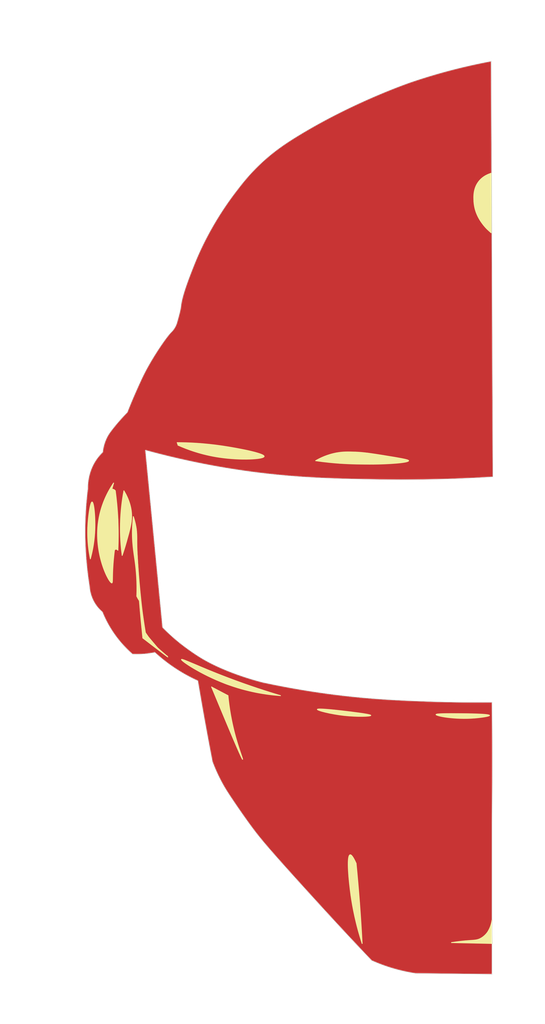
<source format=kicad_pcb>
(kicad_pcb (version 20211014) (generator pcbnew)
  (layers (0 "F.Cu" signal) (31 "B.Cu" signal) (34 "B.Paste" user) (35 "F.Paste" user) (36 "B.SilkS" user "B.Silkscreen") (37 "F.SilkS" user "F.Silkscreen") (38 "B.Mask" user) (39 "F.Mask" user) (44 "Edge.Cuts" user))
  (net 0 "")
  (gr_curve (pts (xy 104.363889 281.668334) (xy 102.942916 280.028834) (xy 101.898116 278.53418) (xy 101.188889 277.435)) (layer "F.SilkS") (width 0.35))
  (gr_curve (pts (xy 87.425 218.513888) (xy 87.660181 217.690737) (xy 87.895374 216.867596) (xy 88.130555 216.044444)) (layer "F.SilkS") (width 0.35))
  (gr_curve (pts (xy 101.188889 277.435) (xy 100.484442 273.374805) (xy 100.042081 270.067944) (xy 99.777778 267.91)) (layer "F.SilkS") (width 0.35))
  (gr_poly (pts (xy 88 216.4) (xy 87.966837 216.445918) (xy 87.5 218.5) (xy 88.1 218.6) (xy 88.6 218.866666) (xy 88.836111 219.219444) (xy 89.3 223) (xy 89.7 227.5) (xy 90 231.6) (xy 90.1 236.7) (xy 89.9 243.4) (xy 89.5 243.3) (xy 89 243.2) (xy 88.7 243.3) (xy 88.483333 243.561111) (xy 88.2 246.3) (xy 87.9 249.6) (xy 87.7 252.7) (xy 87.7 255.3) (xy 87.6 256.5) (xy 87.5 256.8) (xy 87.425 256.966666) (xy 87.1 256.8) (xy 86.6 256.3) (xy 85.4 254.3) (xy 84.3 251.6) (xy 83.4 249.3) (xy 82.7 246.7) (xy 81.9 242.6) (xy 81.6 239.1) (xy 81.6 235.1) (xy 81.7 233.6) (xy 82.1 230.6) (xy 82.5 228.9) (xy 83.2 226.3) (xy 84 223.8) (xy 84.8 221.9) (xy 85.8 220.1) (xy 86.7 218.2) (xy 87.966837 216.445918) (xy 88 216.3)) (layer "F.SilkS") (width 0.15) (fill solid))
  (gr_curve (pts (xy 243 89.044444) (xy 243 97.158333) (xy 243 105.272222) (xy 243 113.386111)) (layer "F.SilkS") (width 0.35))
  (gr_curve (pts (xy 92.363889 219.219444) (xy 91.652347 223.010675) (xy 91.076273 227.525924) (xy 90.952777 232.625)) (layer "F.SilkS") (width 0.35))
  (gr_curve (pts (xy 243.4 404.780555) (xy 237.590748 404.66297) (xy 232.181474 404.545363) (xy 226.772222 404.427777)) (layer "F.SilkS") (width 0.35))
  (gr_curve (pts (xy 91.658333 245.677777) (xy 92.12524 244.325147) (xy 92.761076 242.389046) (xy 93.422222 240.033333)) (layer "F.SilkS") (width 0.35))
  (gr_curve (pts (xy 96.25 229.81) (xy 96.129142 230.800961) (xy 95.977493 232.266117) (xy 95.897222 234.043334)) (layer "F.SilkS") (width 0.35))
  (gr_curve (pts (xy 134.697222 295.772222) (xy 143.827995 299.247699) (xy 151.460497 301.662237) (xy 156.569444 303.180555)) (layer "F.SilkS") (width 0.35))
  (gr_poly (pts (xy 93.3 220.7) (xy 94.4 223.5) (xy 95.2 226.2) (xy 95.538889 228.5) (xy 95.5 230.5) (xy 95.3 232.7) (xy 94.3 236.8) (xy 92.6 242.8) (xy 92 244.8) (xy 91.695204 245.156834) (xy 91.7 245.2) (xy 91.658333 245.2) (xy 91.695204 245.156834) (xy 91.5 243.4) (xy 91.1 240.1) (xy 91 236.2) (xy 90.952777 232.625) (xy 91.1 229.3) (xy 91.3 226.6) (xy 91.7 223.6) (xy 92.2 220.2) (xy 92.4 219.4)) (layer "F.SilkS") (width 0.15) (fill solid))
  (gr_curve (pts (xy 87.425 256.966666) (xy 87.915075 256.861139) (xy 87.406816 254.22254) (xy 88.130555 246.736111)) (layer "F.SilkS") (width 0.35))
  (gr_curve (pts (xy 232.416666 403.722222) (xy 236.017093 403.40523) (xy 237.137373 403.561228) (xy 238.766666 402.663888)) (layer "F.SilkS") (width 0.35))
  (gr_poly (pts (xy 128.5 299.7) (xy 135.05 303.180555) (xy 135.6 308.1) (xy 136.4 312.5) (xy 137.4 317.2) (xy 138.8 322.3) (xy 140 326) (xy 140.9 328.8) (xy 140.3 328) (xy 137.3 321.2) (xy 133.6 312.3) (xy 128.347222 299.5)) (layer "F.SilkS") (width 0.15) (fill solid))
  (gr_curve (pts (xy 97.308333 234.043334) (xy 97.010473 232.238405) (xy 96.57919 230.782766) (xy 96.25 229.81)) (layer "F.SilkS") (width 0.35))
  (gr_curve (pts (xy 133.991666 298.241666) (xy 123.83531 294.390093) (xy 115.738431 288.882095) (xy 116 288.363888)) (layer "F.SilkS") (width 0.35))
  (gr_curve (pts (xy 156.569444 303.180555) (xy 151.004151 302.781807) (xy 142.985713 301.652461) (xy 133.991666 298.241666)) (layer "F.SilkS") (width 0.35))
  (gr_curve (pts (xy 138.577777 321.525) (xy 139.890488 326.000566) (xy 141.183131 329.231592) (xy 141.047222 329.286111)) (layer "F.SilkS") (width 0.35))
  (gr_curve (pts (xy 180.911111 207.930555) (xy 178.385597 207.759657) (xy 175.023938 207.45511) (xy 171.033333 206.872222)) (layer "F.SilkS") (width 0.35))
  (gr_curve (pts (xy 226.772222 404.427777) (xy 229.123779 404.048171) (xy 231.062421 403.841465) (xy 232.416666 403.722222)) (layer "F.SilkS") (width 0.35))
  (gr_curve (pts (xy 198.902777 204.755555) (xy 205.734983 205.871012) (xy 209.151097 206.42873) (xy 209.133333 206.872222)) (layer "F.SilkS") (width 0.35))
  (gr_curve (pts (xy 189.025 388.2) (xy 188.608251 382.67988) (xy 188.135347 377.269422) (xy 187.613889 371.972222)) (layer "F.SilkS") (width 0.35))
  (gr_curve (pts (xy 171.738889 308.825) (xy 171.828073 308.252963) (xy 181.703913 309.397962) (xy 185.497222 309.883333)) (layer "F.SilkS") (width 0.35))
  (gr_poly (pts (xy 243 113.2) (xy 242.8 113.4) (xy 242.8 113.386111) (xy 241.7 112.3) (xy 239.825 110.211111) (xy 238.1 107.7) (xy 236.8 105.1) (xy 236.3 103.3) (xy 235.9 100.9) (xy 235.944444 98.6) (xy 236.1 96.3) (xy 236.8 94.2) (xy 237.9 92.4) (xy 239.3 91.1) (xy 240.4 90.1) (xy 242.4 89.3) (xy 243 89.044444)) (layer "F.SilkS") (width 0.15) (fill solid))
  (gr_curve (pts (xy 242.294444 311.294444) (xy 242.270199 310.664293) (xy 232.330216 310.599784) (xy 230.652777 310.588888)) (layer "F.SilkS") (width 0.35))
  (gr_curve (pts (xy 182.675 311.294444) (xy 177.080638 310.675016) (xy 171.67214 309.253074) (xy 171.738889 308.825)) (layer "F.SilkS") (width 0.35))
  (gr_curve (pts (xy 88.130555 216.044444) (xy 85.958003 219.242978) (xy 82.653144 225.086355) (xy 81.780555 232.977777)) (layer "F.SilkS") (width 0.35))
  (gr_curve (pts (xy 99.777778 267.91) (xy 98.776687 259.736576) (xy 97.558512 245.418738) (xy 97.661111 238.982223)) (layer "F.SilkS") (width 0.35))
  (gr_curve (pts (xy 97.661111 262.4) (xy 98.1 263.4) (xy 98.5 263.9) (xy 98.719445 264.3)) (layer "F.SilkS") (width 0.35))
  (gr_curve (pts (xy 220.422222 310.941666) (xy 220.380622 311.498523) (xy 227.995769 313.033227) (xy 236.297222 312.352777)) (layer "F.SilkS") (width 0.35))
  (gr_curve (pts (xy 80.369444 236.505555) (xy 80.747899 230.381693) (xy 80.055714 223.827055) (xy 79.311111 223.805555)) (layer "F.SilkS") (width 0.35))
  (gr_curve (pts (xy 135.05 303.180555) (xy 135.471529 307.647724) (xy 136.383402 314.043436) (xy 138.577777 321.525)) (layer "F.SilkS") (width 0.35))
  (gr_poly (pts (xy 243.4 404.780555) (xy 232.7 404.6) (xy 227.6 404.4) (xy 228.7 404.2) (xy 230.9 403.9) (xy 234 403.6) (xy 235.7 403.6) (xy 236.5 403.4) (xy 237.7 403.2) (xy 238.6 402.8) (xy 239.7 402.1) (xy 240.8 401.2) (xy 241.5 400.2) (xy 242.3 399) (xy 242.8 397.4) (xy 243.4 395.2)) (layer "F.SilkS") (width 0.15) (fill solid))
  (gr_curve (pts (xy 99.7 275.165) (xy 99.9 276.9) (xy 100 278.314253) (xy 100.130556 279.551667)) (layer "F.SilkS") (width 0.35))
  (gr_curve (pts (xy 179.5 203.697222) (xy 182.19161 203.188995) (xy 184.231645 203.244267) (xy 187.261111 203.344444)) (layer "F.SilkS") (width 0.35))
  (gr_curve (pts (xy 95.897222 234.043334) (xy 95.617093 240.245496) (xy 96.462412 244.578263) (xy 96.955556 248.154445)) (layer "F.SilkS") (width 0.35))
  (gr_curve (pts (xy 141.047222 329.286111) (xy 140.870015 329.357209) (xy 138.424901 323.962792) (xy 128.347222 299.652777)) (layer "F.SilkS") (width 0.35))
  (gr_curve (pts (xy 193.611111 311.294444) (xy 193.584347 311.701267) (xy 188.194129 311.905561) (xy 182.675 311.294444)) (layer "F.SilkS") (width 0.35))
  (gr_curve (pts (xy 79.311111 223.805555) (xy 78.607407 223.785229) (xy 77.728563 229.596459) (xy 77.547222 234.388888)) (layer "F.SilkS") (width 0.35))
  (gr_curve (pts (xy 114.588889 200.522222) (xy 114.471303 200.169444) (xy 114.353696 199.816666) (xy 114.236111 199.463888)) (layer "F.SilkS") (width 0.35))
  (gr_curve (pts (xy 239.825 110.211111) (xy 238.775753 108.875033) (xy 236.234564 105.547501) (xy 235.944444 100.686111)) (layer "F.SilkS") (width 0.35))
  (gr_curve (pts (xy 187.261111 203.344444) (xy 189.375323 203.414358) (xy 191.833851 203.601459) (xy 198.902777 204.755555)) (layer "F.SilkS") (width 0.35))
  (gr_curve (pts (xy 93.422222 240.033333) (xy 94.820382 235.051531) (xy 95.519467 232.56063) (xy 95.538889 229.802777)) (layer "F.SilkS") (width 0.35))
  (gr_curve (pts (xy 209.133333 206.872222) (xy 209.098602 207.739772) (xy 200.272569 208.248947) (xy 194.669444 208.283333)) (layer "F.SilkS") (width 0.35))
  (gr_curve (pts (xy 241.941666 399.488888) (xy 243.114829 397.352262) (xy 243.3 395.6) (xy 243.4 395.2)) (layer "F.SilkS") (width 0.35))
  (gr_curve (pts (xy 89.894444 243.561111) (xy 90.078025 239.674569) (xy 90.109967 235.423128) (xy 89.894444 230.861111)) (layer "F.SilkS") (width 0.35))
  (gr_curve (pts (xy 132.933333 200.875) (xy 139.071244 201.790997) (xy 149.986706 203.873708) (xy 149.866666 205.108333)) (layer "F.SilkS") (width 0.35))
  (gr_curve (pts (xy 193.258333 208.283333) (xy 190.283213 208.274817) (xy 185.809369 208.262016) (xy 180.911111 207.930555)) (layer "F.SilkS") (width 0.35))
  (gr_curve (pts (xy 98.719445 264.3) (xy 99 267.565) (xy 99.3 271.365) (xy 99.7 275.165)) (layer "F.SilkS") (width 0.35))
  (gr_curve (pts (xy 96.955556 248.154445) (xy 97.440528 251.671392) (xy 97.891534 256.680238) (xy 97.661111 262.4)) (layer "F.SilkS") (width 0.35))
  (gr_curve (pts (xy 149.866666 205.108333) (xy 149.756962 206.236591) (xy 140.419547 206.777794) (xy 131.522222 205.461111)) (layer "F.SilkS") (width 0.35))
  (gr_curve (pts (xy 97.661111 238.982223) (xy 97.670714 238.380106) (xy 97.713369 236.497727) (xy 97.308333 234.043334)) (layer "F.SilkS") (width 0.35))
  (gr_curve (pts (xy 88.483333 243.561111) (xy 88.531769 243.465961) (xy 88.638287 243.295968) (xy 88.836111 243.208333)) (layer "F.SilkS") (width 0.35))
  (gr_curve (pts (xy 187.613889 371.972222) (xy 186.816091 370.192765) (xy 185.813116 368.296068) (xy 185.144444 368.444444)) (layer "F.SilkS") (width 0.35))
  (gr_poly (pts (xy 117.3 288.7) (xy 121.2 290.2) (xy 124.5 291.6) (xy 128 293.1) (xy 131.3 294.4) (xy 137.7 296.9) (xy 143.5 299) (xy 148.9 300.8) (xy 154 302.4) (xy 155.887742 302.996129) (xy 156 303) (xy 155.9 303) (xy 155.887742 302.996129) (xy 153.1 302.9) (xy 147 302) (xy 141.1 300.6) (xy 138 299.6) (xy 134.7 298.6) (xy 130.6 296.9) (xy 125.6 294.5) (xy 121.5 292.3) (xy 119.1 290.9) (xy 116.8 289.2) (xy 116 288.5) (xy 116.4 288.3)) (layer "F.SilkS") (width 0.15) (fill solid))
  (gr_curve (pts (xy 81.780555 232.977777) (xy 80.336813 246.034539) (xy 86.381534 257.191351) (xy 87.425 256.966666)) (layer "F.SilkS") (width 0.35))
  (gr_curve (pts (xy 88.483333 218.866666) (xy 88.070449 218.55903) (xy 87.627065 218.518722) (xy 87.425 218.513888)) (layer "F.SilkS") (width 0.35))
  (gr_curve (pts (xy 243.4 395.6) (xy 243.4 395.2) (xy 243.12271 397.18188) (xy 243.4 404.780555)) (layer "F.SilkS") (width 0.35))
  (gr_poly (pts (xy 79.7 224.3) (xy 80.1 226) (xy 80.4 229.7) (xy 80.5 233.7) (xy 80.3 237.8) (xy 79.8 241.9) (xy 78.8 246.4) (xy 78.6 246.7) (xy 78.6 246.8) (xy 77.9 243) (xy 77.5 237.4) (xy 77.6 233) (xy 78 229) (xy 78.6 225.7) (xy 79 224.3) (xy 79.2 223.9) (xy 79.5 223.9)) (layer "F.SilkS") (width 0.15) (fill solid))
  (gr_poly (pts (xy 97.063889 232.568334) (xy 97.563889 234.968334) (xy 97.663889 236.768334) (xy 97.763889 243.168334) (xy 98.563889 255.968334) (xy 99.663889 266.868334) (xy 101.188889 277.235) (xy 102.463889 279.068334) (xy 106.263889 283.568334) (xy 110.004046 286.816365) (xy 110.263889 286.868334) (xy 110.063889 286.868334) (xy 110.004046 286.816365) (xy 109.763889 286.768334) (xy 100.113233 279.354031) (xy 99.4 272.270698) (xy 99 268.5) (xy 98.719445 264.3) (xy 97.661111 262.4) (xy 97.763889 260.368334) (xy 97.663889 255.468334) (xy 97.263889 250.768334) (xy 97.063889 248.568334) (xy 96.263889 243.468334) (xy 95.963889 240.068334) (xy 95.897222 236.368334) (xy 95.863889 233.368334) (xy 96.163889 230.868334) (xy 96.363889 230.068334)) (layer "F.SilkS") (width 0.15) (fill solid))
  (gr_poly (pts (xy 187.8 203.344444) (xy 192.4 203.7) (xy 203.8 205.5) (xy 208.6 206.5) (xy 209.1 206.8) (xy 208.9 207.1) (xy 208.4 207.3) (xy 205.5 207.8) (xy 198.9 208.1) (xy 191.9 208.3) (xy 187.5 208.2) (xy 180.911111 207.930555) (xy 176.4 207.5) (xy 171.3 206.872222) (xy 171.3 206.7) (xy 171.2 206.7) (xy 173 205.8) (xy 177 204.3) (xy 180.1 203.6) (xy 182.9 203.3)) (layer "F.SilkS") (width 0.15) (fill solid))
  (gr_poly (pts (xy 173.8 308.7) (xy 178.4 309) (xy 182.4 309.5) (xy 186 310) (xy 190.3 310.5) (xy 193.3 311.1) (xy 193.611111 311.294444) (xy 192.7 311.6) (xy 188 311.7) (xy 184.4 311.4) (xy 180.3 311) (xy 176.7 310.4) (xy 173.4 309.6) (xy 172 309) (xy 171.9 308.8) (xy 172.3 308.6)) (layer "F.SilkS") (width 0.15) (fill solid))
  (gr_curve (pts (xy 194.669444 208.283333) (xy 194.220591 208.286089) (xy 193.896106 208.285163) (xy 193.258333 208.283333)) (layer "F.SilkS") (width 0.35))
  (gr_curve (pts (xy 114.236111 199.463888) (xy 118.636251 199.472835) (xy 125.140032 199.711957) (xy 132.933333 200.875)) (layer "F.SilkS") (width 0.35))
  (gr_poly (pts (xy 117.1 199.5) (xy 124 199.8) (xy 129.3 200.4) (xy 132.8 200.875) (xy 137.2 201.6) (xy 142.9 202.6) (xy 146.2 203.4) (xy 149.4 204.5) (xy 149.8 204.9) (xy 149.7 205.4) (xy 148.5 205.8) (xy 146 206.1) (xy 141.7 206.3) (xy 137.7 206.1) (xy 133.3 205.7) (xy 129.5 205.1) (xy 125.1 204.2) (xy 121.4 203.1) (xy 117.8 201.9) (xy 114.588889 200.522222) (xy 114.236111 199.463888)) (layer "F.SilkS") (width 0.15) (fill solid))
  (gr_curve (pts (xy 235.944444 100.686111) (xy 235.826837 98.715322) (xy 235.615782 95.178811) (xy 238.061111 92.219444)) (layer "F.SilkS") (width 0.35))
  (gr_curve (pts (xy 95.538889 229.802777) (xy 95.554004 227.655988) (xy 95.177735 223.84273) (xy 92.363889 219.219444)) (layer "F.SilkS") (width 0.35))
  (gr_curve (pts (xy 190.083333 404.780555) (xy 189.800534 399.361011) (xy 189.450232 393.832515) (xy 189.025 388.2)) (layer "F.SilkS") (width 0.35))
  (gr_curve (pts (xy 89.894444 230.861111) (xy 89.697202 226.686107) (xy 89.318338 222.793741) (xy 88.836111 219.219444)) (layer "F.SilkS") (width 0.35))
  (gr_poly (pts (xy 185.7 368.6) (xy 186.3 369.5) (xy 187.613889 371.972222) (xy 188.2 378.7) (xy 189.1 388.9) (xy 190 402.3) (xy 190 404.28) (xy 190.1 404.6) (xy 190 404.4) (xy 190 404.28) (xy 188.6 399.8) (xy 187.2 394.1) (xy 186.1 388.7) (xy 185.4 384.2) (xy 184.9 380.4) (xy 184.6 377.7) (xy 184.5 374.5) (xy 184.4 371.9) (xy 184.5 370) (xy 184.8 368.8) (xy 185.2 368.444444)) (layer "F.SilkS") (width 0.15) (fill solid))
  (gr_curve (pts (xy 171.033333 206.872222) (xy 172.889723 205.792389) (xy 175.767476 204.401991) (xy 179.5 203.697222)) (layer "F.SilkS") (width 0.35))
  (gr_curve (pts (xy 77.547222 234.388888) (xy 77.345867 239.710269) (xy 77.991887 244.108192) (xy 78.605555 247.088888)) (layer "F.SilkS") (width 0.35))
  (gr_curve (pts (xy 131.522222 205.461111) (xy 124.241379 204.383646) (xy 118.450733 202.238967) (xy 114.588889 200.522222)) (layer "F.SilkS") (width 0.35))
  (gr_curve (pts (xy 185.144444 368.444444) (xy 183.621174 368.782451) (xy 184.724616 379.535391) (xy 185.497222 385.025)) (layer "F.SilkS") (width 0.35))
  (gr_curve (pts (xy 238.766666 402.663888) (xy 239.150385 402.452553) (xy 240.852736 401.472101) (xy 241.941666 399.488888)) (layer "F.SilkS") (width 0.35))
  (gr_curve (pts (xy 90.952777 232.625) (xy 90.833437 237.552412) (xy 91.162724 241.950808) (xy 91.658333 245.677777)) (layer "F.SilkS") (width 0.35))
  (gr_curve (pts (xy 185.497222 309.883333) (xy 189.230521 310.361038) (xy 193.635442 310.924656) (xy 193.611111 311.294444)) (layer "F.SilkS") (width 0.35))
  (gr_curve (pts (xy 238.061111 92.219444) (xy 239.749983 90.175552) (xy 241.914235 89.365099) (xy 243 89.044444)) (layer "F.SilkS") (width 0.35))
  (gr_curve (pts (xy 185.497222 385.025) (xy 186.198493 390.007684) (xy 187.492514 396.80236) (xy 190.083333 404.780555)) (layer "F.SilkS") (width 0.35))
  (gr_curve (pts (xy 243 113.386111) (xy 242.143269 112.711949) (xy 240.974434 111.674759) (xy 239.825 110.211111)) (layer "F.SilkS") (width 0.35))
  (gr_curve (pts (xy 236.297222 312.352777) (xy 238.74001 312.152553) (xy 242.309 311.67306) (xy 242.294444 311.294444)) (layer "F.SilkS") (width 0.35))
  (gr_curve (pts (xy 88.130555 246.736111) (xy 88.250315 245.49734) (xy 88.375103 244.422643) (xy 88.483333 243.561111)) (layer "F.SilkS") (width 0.35))
  (gr_curve (pts (xy 110.361111 287.312778) (xy 110.39328 287.27148) (xy 107.437991 285.215167) (xy 104.363889 281.668334)) (layer "F.SilkS") (width 0.35))
  (gr_curve (pts (xy 128.347222 299.652777) (xy 130.581474 300.828696) (xy 132.815748 302.004636) (xy 135.05 303.180555)) (layer "F.SilkS") (width 0.35))
  (gr_curve (pts (xy 88.836111 243.208333) (xy 89.159304 243.065168) (xy 89.596702 243.199182) (xy 89.894444 243.561111)) (layer "F.SilkS") (width 0.35))
  (gr_curve (pts (xy 230.652777 310.588888) (xy 224.827078 310.551079) (xy 220.453529 310.5227) (xy 220.422222 310.941666)) (layer "F.SilkS") (width 0.35))
  (gr_curve (pts (xy 78.605555 247.088888) (xy 79.281881 244.626313) (xy 80.092943 240.979701) (xy 80.369444 236.505555)) (layer "F.SilkS") (width 0.35))
  (gr_curve (pts (xy 116 288.363888) (xy 116.228173 287.91187) (xy 122.81877 291.250878) (xy 134.697222 295.772222)) (layer "F.SilkS") (width 0.35))
  (gr_poly (pts (xy 236.4 310.7) (xy 239.7 310.8) (xy 241.4 311) (xy 242.2 311.2) (xy 242 311.5) (xy 239.8 312) (xy 236.9 312.3) (xy 233.4 312.5) (xy 230 312.5) (xy 225.5 312.1) (xy 223 311.8) (xy 221.7 311.5) (xy 220.6 311.1) (xy 220.6 310.941666) (xy 220.8 310.7) (xy 222.2 310.6) (xy 228.1 310.6) (xy 231.2 310.588888) (xy 233.7 310.588888)) (layer "F.SilkS") (width 0.15) (fill solid))
  (gr_curve (pts (xy 88.836111 219.219444) (xy 88.754225 219.110138) (xy 88.639751 218.983207) (xy 88.483333 218.866666)) (layer "F.SilkS") (width 0.35))
  (gr_curve (pts (xy 100.130556 279.551667) (xy 108.347797 285.871888) (xy 110.334433 287.347035) (xy 110.361111 287.312778)) (layer "F.SilkS") (width 0.35))
  (gr_curve (pts (xy 83.685134 203.37313) (xy 83.855451 201.801122) (xy 84.307706 199.430057) (xy 85.661111 196.911111)) (layer "Edge.Cuts") (width 0.2))
  (gr_curve (pts (xy 108.238889 275.227777) (xy 110.154642 277.173718) (xy 112.513176 279.37494) (xy 115.337487 281.64233)) (layer "Edge.Cuts") (width 0.2))
  (gr_curve (pts (xy 243.352778 417.397222) (xy 232.924732 417.280045) (xy 222.431294 417.16218) (xy 211.955556 417.044444)) (layer "Edge.Cuts") (width 0.2))
  (gr_curve (pts (xy 97.302778 178.566666) (xy 99.146625 174.426824) (xy 100.324837 171.781486) (xy 102.241667 168.33611)) (layer "Edge.Cuts") (width 0.2))
  (gr_curve (pts (xy 187.613889 405.049999) (xy 183.402131 400.576328) (xy 177.354287 394.096275) (xy 166.8 382.472222)) (layer "Edge.Cuts") (width 0.2))
  (gr_curve (pts (xy 111.766667 154.224999) (xy 111.944907 154.0479) (xy 112.576652 153.439152) (xy 113.177778 152.46111)) (layer "Edge.Cuts") (width 0.2))
  (gr_curve (pts (xy 216.541667 305.566666) (xy 227.403579 305.969979) (xy 236.57339 305.993901) (xy 243.352778 305.919444)) (layer "Edge.Cuts") (width 0.2))
  (gr_curve (pts (xy 83.544445 268.877777) (xy 82.680425 268.145931) (xy 81.650869 267.109711) (xy 80.722222 265.702777)) (layer "Edge.Cuts") (width 0.2))
  (gr_curve (pts (xy 93.775 187.033333) (xy 94.618316 184.861792) (xy 95.793826 181.954584) (xy 97.302778 178.566666)) (layer "Edge.Cuts") (width 0.2))
  (gr_curve (pts (xy 199.255556 413.869444) (xy 197.367643 413.20299) (xy 195.603259 412.488025) (xy 193.963889 411.752777)) (layer "Edge.Cuts") (width 0.2))
  (gr_curve (pts (xy 112.119445 291.102777) (xy 109.384254 289.203711) (xy 107.041266 287.272929) (xy 105.063889 285.458333)) (layer "Edge.Cuts") (width 0.2))
  (gr_curve (pts (xy 123.761111 287.574999) (xy 134.727561 294.309989) (xy 149.513846 297.805555) (xy 149.513889 297.805555)) (layer "Edge.Cuts") (width 0.2))
  (gr_curve (pts (xy 77.547222 218.430555) (xy 77.542259 215.866134) (xy 77.933418 211.0177) (xy 81.075 206.43611)) (layer "Edge.Cuts") (width 0.2))
  (gr_curve (pts (xy 149.513889 297.805555) (xy 161.188198 300.307685) (xy 171.089467 301.809014) (xy 178.441667 302.744444)) (layer "Edge.Cuts") (width 0.2))
  (gr_curve (pts (xy 86.719445 275.227777) (xy 85.371917 272.988013) (xy 84.340305 270.836163) (xy 83.544445 268.877777)) (layer "Edge.Cuts") (width 0.2))
  (gr_curve (pts (xy 105.063889 285.458333) (xy 103.421074 285.792873) (xy 101.526357 286.063507) (xy 99.419445 286.163888)) (layer "Edge.Cuts") (width 0.2))
  (gr_curve (pts (xy 95.891667 286.163888) (xy 93.090126 283.711411) (xy 89.676532 280.14283) (xy 86.719445 275.227777)) (layer "Edge.Cuts") (width 0.2))
  (gr_curve (pts (xy 195.727778 214.549999) (xy 176.512973 214.210507) (xy 157.412136 213.795405) (xy 132.933333 209.611111)) (layer "Edge.Cuts") (width 0.2))
  (gr_curve (pts (xy 99.419445 286.163888) (xy 98.16206 286.22379) (xy 96.982007 286.21578) (xy 95.891667 286.163888)) (layer "Edge.Cuts") (width 0.2))
  (gr_curve (pts (xy 243.352778 417.397222) (xy 243.352778 396.642136) (xy 243.352778 376.063418) (xy 243.352778 355.484722)) (layer "Edge.Cuts") (width 0.2))
  (gr_curve (pts (xy 85.661111 196.911111) (xy 86.038166 196.209345) (xy 86.562628 195.351903) (xy 88.130556 193.383333)) (layer "Edge.Cuts") (width 0.2))
  (gr_curve (pts (xy 166.8 382.472222) (xy 152.233383 366.429166) (xy 148.714864 362.209613) (xy 145.633334 358.130555)) (layer "Edge.Cuts") (width 0.2))
  (gr_curve (pts (xy 115.337487 281.64233) (xy 115.337508 281.642351) (xy 119.372619 284.879837) (xy 123.761111 287.574999)) (layer "Edge.Cuts") (width 0.2))
  (gr_curve (pts (xy 148.102778 85.433333) (xy 153.445497 80.344378) (xy 158.431713 76.970728) (xy 163.625 73.791666)) (layer "Edge.Cuts") (width 0.2))
  (gr_curve (pts (xy 210.544445 51.566667) (xy 218.777469 48.784737) (xy 229.747579 45.583161) (xy 243 43.1)) (layer "Edge.Cuts") (width 0.2))
  (gr_curve (pts (xy 78.252778 258.294444) (xy 77.333465 252.57326) (xy 76.627694 245.93357) (xy 76.488889 238.538888)) (layer "Edge.Cuts") (width 0.2))
  (gr_curve (pts (xy 121.291667 126.355555) (xy 123.172129 121.64317) (xy 128.294663 109.706609) (xy 138.225 96.722222)) (layer "Edge.Cuts") (width 0.2))
  (gr_curve (pts (xy 145.633334 358.130555) (xy 142.427844 353.887425) (xy 139.170205 349.101412) (xy 137.872222 347.194444)) (layer "Edge.Cuts") (width 0.2))
  (gr_curve (pts (xy 178.441667 302.744444) (xy 193.756516 304.692968) (xy 205.711148 305.164537) (xy 216.541667 305.566666)) (layer "Edge.Cuts") (width 0.2))
  (gr_curve (pts (xy 126.230556 317.208333) (xy 124.985434 310.432584) (xy 123.810721 303.72888) (xy 122.702778 297.099999)) (layer "Edge.Cuts") (width 0.2))
  (gr_curve (pts (xy 101.183333 202.555555) (xy 103.535182 226.779625) (xy 105.88703 251.003696) (xy 108.238889 275.227777)) (layer "Edge.Cuts") (width 0.2))
  (gr_curve (pts (xy 88.130556 193.383333) (xy 89.419075 191.76557) (xy 91.287609 189.553948) (xy 93.775 187.033333)) (layer "Edge.Cuts") (width 0.2))
  (gr_curve (pts (xy 243.485113 331.310034) (xy 243.481409 343.386774) (xy 243.364836 352.276972) (xy 243.352778 355.484722)) (layer "Edge.Cuts") (width 0.2))
  (gr_curve (pts (xy 211.955556 417.044444) (xy 208.173917 416.468036) (xy 203.867096 415.497338) (xy 199.255556 413.869444)) (layer "Edge.Cuts") (width 0.2))
  (gr_curve (pts (xy 102.241667 168.33611) (xy 105.503225 162.473688) (xy 109.923153 156.056649) (xy 111.766667 154.224999)) (layer "Edge.Cuts") (width 0.2))
  (gr_curve (pts (xy 132.933333 209.611111) (xy 119.501466 207.315127) (xy 108.56669 204.586471) (xy 101.183333 202.555555)) (layer "Edge.Cuts") (width 0.2))
  (gr_curve (pts (xy 81.075 206.43611) (xy 81.914613 205.211648) (xy 82.817346 204.200685) (xy 83.685134 203.37313)) (layer "Edge.Cuts") (width 0.2))
  (gr_curve (pts (xy 243.705556 213.491666) (xy 224.561849 214.668554) (xy 208.252444 214.771293) (xy 195.727778 214.549999)) (layer "Edge.Cuts") (width 0.2))
  (gr_curve (pts (xy 122.702778 297.099999) (xy 119.551872 295.676141) (xy 115.920052 293.74157) (xy 112.119445 291.102777)) (layer "Edge.Cuts") (width 0.2))
  (gr_curve (pts (xy 137.872222 347.194444) (xy 134.767825 342.633568) (xy 133.714681 340.845951) (xy 132.933333 339.433333)) (layer "Edge.Cuts") (width 0.2))
  (gr_curve (pts (xy 138.225 96.722222) (xy 140.783996 93.3762) (xy 143.612527 89.7103) (xy 148.102778 85.433333)) (layer "Edge.Cuts") (width 0.2))
  (gr_curve (pts (xy 80.722222 265.702777) (xy 78.793669 262.780992) (xy 78.362386 259.869606) (xy 78.252778 258.294444)) (layer "Edge.Cuts") (width 0.2))
  (gr_curve (pts (xy 114.236111 149.991666) (xy 115.145294 146.726997) (xy 115.599874 145.094667) (xy 115.797945 143.350319)) (layer "Edge.Cuts") (width 0.2))
  (gr_curve (pts (xy 128.7 330.261111) (xy 127.860861 325.949617) (xy 127.037311 321.598569) (xy 126.230556 317.208333)) (layer "Edge.Cuts") (width 0.2))
  (gr_curve (pts (xy 115.797945 143.350319) (xy 116.310253 138.838788) (xy 119.485339 130.88213) (xy 121.291667 126.355555)) (layer "Edge.Cuts") (width 0.2))
  (gr_curve (pts (xy 76.488889 238.538888) (xy 76.347748 231.01972) (xy 76.821621 224.255469) (xy 77.547222 218.430555)) (layer "Edge.Cuts") (width 0.2))
  (gr_curve (pts (xy 132.933333 339.433333) (xy 130.888885 335.737154) (xy 129.543209 332.507636) (xy 128.7 330.261111)) (layer "Edge.Cuts") (width 0.2))
  (gr_curve (pts (xy 243 43.1) (xy 243.235193 99.897222) (xy 243.470363 156.694444) (xy 243.705556 213.491666)) (layer "Edge.Cuts") (width 0.2))
  (gr_curve (pts (xy 163.625 73.791666) (xy 187.170355 59.37842) (xy 210.544402 51.566678) (xy 210.544445 51.566667)) (layer "Edge.Cuts") (width 0.2))
  (gr_curve (pts (xy 243.352778 305.919444) (xy 243.416512 311.818395) (xy 243.488386 320.613185) (xy 243.485113 331.310034)) (layer "Edge.Cuts") (width 0.2))
  (gr_curve (pts (xy 113.177778 152.46111) (xy 113.841906 151.380535) (xy 114.115985 150.422981) (xy 114.236111 149.991666)) (layer "Edge.Cuts") (width 0.2))
  (gr_curve (pts (xy 193.963889 411.752777) (xy 192.402744 410.115237) (xy 190.215474 407.813354) (xy 187.613889 405.049999)) (layer "Edge.Cuts") (width 0.2))
  (zone (net 0) (net_name "") (layer "F.Cu") (connect_pads (clearance 0)) (min_thickness 0.0254) (fill yes (thermal_gap 0.254) (thermal_bridge_width 0.254))
    (polygon (pts (xy 248.8 436.2) (xy 195 437.8) (xy 59.2 350.5) (xy 58.3 35.1) (xy 249 34.7)))
  )
)
</source>
